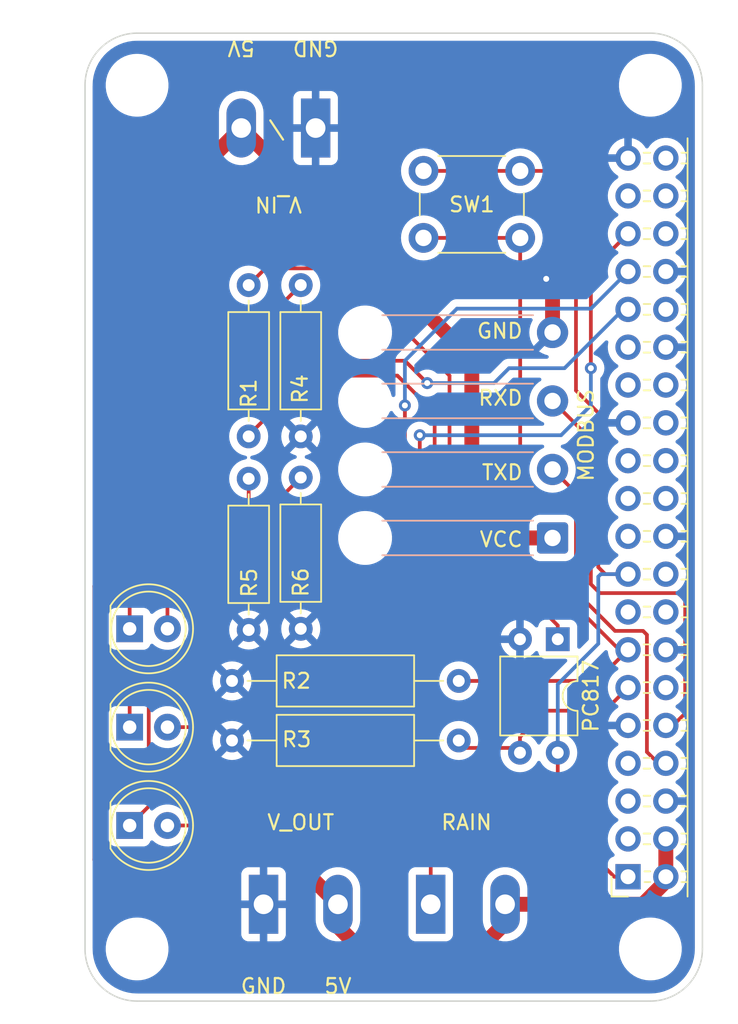
<source format=kicad_pcb>
(kicad_pcb (version 20211014) (generator pcbnew)
  (layers (0 "F.Cu" signal) (31 "B.Cu" signal) (34 "B.Paste" user) (35 "F.Paste" user) (36 "B.SilkS" user "B.Silkscreen") (37 "F.SilkS" user "F.Silkscreen") (38 "B.Mask" user) (39 "F.Mask" user) (44 "Edge.Cuts" user))
  (net 0 "")
  (net 1 "Net-(D1-Pad1)")
  (net 2 "/LED_OK")
  (net 3 "Net-(D2-Pad1)")
  (net 4 "/LED_WRN")
  (net 5 "Net-(D3-Pad1)")
  (net 6 "/LED_ERR")
  (net 7 "GND")
  (net 8 "+5V")
  (net 9 "Net-(J3-Pad1)")
  (net 10 "/MB_TXD")
  (net 11 "/MB_RXD")
  (net 12 "+3.3V")
  (net 16 "/RAIN_IN")
  (net 18 "/SW_IN")
  (net 36 "Net-(R1-Pad2)")
  (footprint "Resistor_THT:R_Axial_DIN0309_L9.0mm_D3.2mm_P15.24mm_Horizontal" (layer "F.Cu") (at 68.38 97.5)
    (fp_text reference "R3" (at 4.345 -0.068) (layer "F.SilkS"))
    (fp_text value "10k")
    (fp_line (start 3 -1.72) (end 3 1.72) (layer "F.SilkS") (width 0.12))
    (fp_line (start 3 1.72) (end 12.24 1.72) (layer "F.SilkS") (width 0.12))
    (fp_line (start 1.04 0) (end 3 0) (layer "F.SilkS") (width 0.12))
    (fp_line (start 12.24 -1.72) (end 3 -1.72) (layer "F.SilkS") (width 0.12))
    (fp_line (start 14.2 0) (end 12.24 0) (layer "F.SilkS") (width 0.12))
    (fp_line (start 12.24 1.72) (end 12.24 -1.72) (layer "F.SilkS") (width 0.12))
    (pad "1" thru_hole circle (at 0 0) (size 1.6 1.6) (drill 0.8) (layers *.Cu *.Mask) (net 7 "GND"))
    (pad "2" thru_hole oval (at 15.24 0) (size 1.6 1.6) (drill 0.8) (layers *.Cu *.Mask) (net 16 "/RAIN_IN"))
  )
  (footprint "LED_THT:LED_D5.0mm" (layer "F.Cu") (at 61.5 103.208)
    (fp_text reference " " (at 6 -2.708) (layer "F.SilkS"))
    (fp_text value "LED_ERR")
    (fp_line (start -1.29 -1.545) (end -1.29 1.545) (layer "F.SilkS") (width 0.12))
    (fp_arc (start 4.26 -0.000462) (mid 2.072002 2.880433) (end -1.29 1.54483) (layer "F.SilkS") (width 0.12))
    (fp_arc (start -1.29 -1.54483) (mid 2.072002 -2.880433) (end 4.26 0.000462) (layer "F.SilkS") (width 0.12))
    (fp_circle (center 1.27 0) (end 3.77 0) (layer "F.SilkS") (width 0.12) (fill none))
    (pad "1" thru_hole rect (at 0 0) (size 1.8 1.8) (drill 0.9) (layers *.Cu *.Mask) (net 5 "Net-(D3-Pad1)"))
    (pad "2" thru_hole circle (at 2.54 0) (size 1.8 1.8) (drill 0.9) (layers *.Cu *.Mask) (net 6 "/LED_ERR"))
  )
  (footprint "Package_DIP:DIP-4_W7.62mm" (layer "F.Cu") (at 90.275 90.7 -90)
    (fp_text reference "PC817" (at 3.81 -2.225 90) (layer "F.SilkS"))
    (fp_text value "PC817")
    (fp_line (start 2.81 -1.33) (end 1.16 -1.33) (layer "F.SilkS") (width 0.12))
    (fp_line (start 6.46 -1.33) (end 4.81 -1.33) (layer "F.SilkS") (width 0.12))
    (fp_line (start 1.16 -1.33) (end 1.16 3.87) (layer "F.SilkS") (width 0.12))
    (fp_line (start 1.16 3.87) (end 6.46 3.87) (layer "F.SilkS") (width 0.12))
    (fp_line (start 6.46 3.87) (end 6.46 -1.33) (layer "F.SilkS") (width 0.12))
    (fp_arc (start 4.81 -1.33) (mid 3.81 -0.33) (end 2.81 -1.33) (layer "F.SilkS") (width 0.12))
    (pad "1" thru_hole rect (at 0 0 270) (size 1.6 1.6) (drill 0.8) (layers *.Cu *.Mask) (net 36 "Net-(R1-Pad2)"))
    (pad "2" thru_hole oval (at 0 2.54 270) (size 1.6 1.6) (drill 0.8) (layers *.Cu *.Mask) (net 7 "GND"))
    (pad "3" thru_hole oval (at 7.62 2.54 270) (size 1.6 1.6) (drill 0.8) (layers *.Cu *.Mask) (net 16 "/RAIN_IN"))
    (pad "4" thru_hole oval (at 7.62 0 270) (size 1.6 1.6) (drill 0.8) (layers *.Cu *.Mask) (net 12 "+3.3V"))
  )
  (footprint "TerminalBlock:TerminalBlock_Altech_AK300-2_P5.00mm" (layer "F.Cu") (at 70.5 108.5)
    (fp_text reference " " (at -3.89 0) (layer "F.SilkS"))
    (fp_text value "5V_OUT")
    (pad "1" thru_hole rect (at 0 0) (size 1.98 3.96) (drill 1.32) (layers *.Cu *.Mask) (net 7 "GND"))
    (pad "2" thru_hole oval (at 5 0) (size 1.98 3.96) (drill 1.32) (layers *.Cu *.Mask) (net 8 "+5V"))
  )
  (footprint "MountingHole:MountingHole_3.2mm_M3" (layer "F.Cu") (at 62 111.5)
    (fp_text reference " " (at 0 -4.2) (layer "F.SilkS"))
    (fp_text value "MountingHole")
    (pad "" np_thru_hole circle locked (at 0 0) (size 3.2 3.2) (drill 3.2) (layers *.Cu *.Mask))
  )
  (footprint "Resistor_THT:R_Axial_DIN0309_L9.0mm_D3.2mm_P15.24mm_Horizontal" (layer "F.Cu") (at 68.38 93.5)
    (fp_text reference "R2" (at 4.318 0) (layer "F.SilkS"))
    (fp_text value "10k")
    (fp_line (start 3 -1.72) (end 3 1.72) (layer "F.SilkS") (width 0.12))
    (fp_line (start 14.2 0) (end 12.24 0) (layer "F.SilkS") (width 0.12))
    (fp_line (start 3 1.72) (end 12.24 1.72) (layer "F.SilkS") (width 0.12))
    (fp_line (start 12.24 -1.72) (end 3 -1.72) (layer "F.SilkS") (width 0.12))
    (fp_line (start 1.04 0) (end 3 0) (layer "F.SilkS") (width 0.12))
    (fp_line (start 12.24 1.72) (end 12.24 -1.72) (layer "F.SilkS") (width 0.12))
    (pad "1" thru_hole circle (at 0 0) (size 1.6 1.6) (drill 0.8) (layers *.Cu *.Mask) (net 7 "GND"))
    (pad "2" thru_hole oval (at 15.24 0) (size 1.6 1.6) (drill 0.8) (layers *.Cu *.Mask) (net 18 "/SW_IN"))
  )
  (footprint "TerminalBlock:TerminalBlock_Altech_AK300-2_P5.00mm" (layer "F.Cu") (at 81.735 108.5)
    (fp_text reference " " (at -1.92 -6.99) (layer "F.SilkS"))
    (fp_text value "RAIN")
    (pad "1" thru_hole rect (at 0 0) (size 1.98 3.96) (drill 1.32) (layers *.Cu *.Mask) (net 9 "Net-(J3-Pad1)"))
    (pad "2" thru_hole oval (at 5 0) (size 1.98 3.96) (drill 1.32) (layers *.Cu *.Mask) (net 8 "+5V"))
  )
  (footprint "LED_THT:LED_D5.0mm" (layer "F.Cu") (at 61.5 96.604)
    (fp_text reference " " (at 6 -0.000462) (layer "F.SilkS"))
    (fp_text value "LED_WRN")
    (fp_line (start -1.29 -1.545) (end -1.29 1.545) (layer "F.SilkS") (width 0.12))
    (fp_arc (start -1.29 -1.54483) (mid 2.072002 -2.880433) (end 4.26 0.000462) (layer "F.SilkS") (width 0.12))
    (fp_arc (start 4.26 -0.000462) (mid 2.072002 2.880433) (end -1.29 1.54483) (layer "F.SilkS") (width 0.12))
    (fp_circle (center 1.27 0) (end 3.77 0) (layer "F.SilkS") (width 0.12) (fill none))
    (pad "1" thru_hole rect (at 0 0) (size 1.8 1.8) (drill 0.9) (layers *.Cu *.Mask) (net 3 "Net-(D2-Pad1)"))
    (pad "2" thru_hole circle (at 2.54 0) (size 1.8 1.8) (drill 0.9) (layers *.Cu *.Mask) (net 4 "/LED_WRN"))
  )
  (footprint "LED_THT:LED_D5.0mm" (layer "F.Cu") (at 61.5 90)
    (fp_text reference " " (at 5.5 0.006411) (layer "F.SilkS"))
    (fp_text value "LED_OK")
    (fp_line (start -1.29 -1.545) (end -1.29 1.545) (layer "F.SilkS") (width 0.12))
    (fp_arc (start 4.26 -0.000462) (mid 2.072002 2.880433) (end -1.29 1.54483) (layer "F.SilkS") (width 0.12))
    (fp_arc (start -1.29 -1.54483) (mid 2.072002 -2.880433) (end 4.26 0.000462) (layer "F.SilkS") (width 0.12))
    (fp_circle (center 1.27 0) (end 3.77 0) (layer "F.SilkS") (width 0.12) (fill none))
    (pad "1" thru_hole rect (at 0 0) (size 1.8 1.8) (drill 0.9) (layers *.Cu *.Mask) (net 1 "Net-(D1-Pad1)"))
    (pad "2" thru_hole circle (at 2.54 0) (size 1.8 1.8) (drill 0.9) (layers *.Cu *.Mask) (net 2 "/LED_OK"))
  )
  (footprint "Button_Switch_THT:SW_PUSH_6mm_H5mm" (layer "F.Cu") (at 81.25 59.25)
    (fp_text reference "SW1" (at 3.251031 2.25821) (layer "F.SilkS"))
    (fp_text value "SW_USR")
    (fp_line (start 1 5.5) (end 5.5 5.5) (layer "F.SilkS") (width 0.12))
    (fp_line (start 6.75 3) (end 6.75 1.5) (layer "F.SilkS") (width 0.12))
    (fp_line (start 5.5 -1) (end 1 -1) (layer "F.SilkS") (width 0.12))
    (fp_line (start -0.25 1.5) (end -0.25 3) (layer "F.SilkS") (width 0.12))
    (pad "1" thru_hole circle (at 0 0 90) (size 2 2) (drill 1.1) (layers *.Cu *.Mask) (net 12 "+3.3V"))
    (pad "1" thru_hole circle (at 6.5 0 90) (size 2 2) (drill 1.1) (layers *.Cu *.Mask) (net 12 "+3.3V"))
    (pad "2" thru_hole circle (at 0 4.5 90) (size 2 2) (drill 1.1) (layers *.Cu *.Mask) (net 18 "/SW_IN"))
    (pad "2" thru_hole circle (at 6.5 4.5 90) (size 2 2) (drill 1.1) (layers *.Cu *.Mask) (net 18 "/SW_IN"))
  )
  (footprint "Resistor_THT:R_Axial_DIN0207_L6.3mm_D2.5mm_P10.16mm_Horizontal" (layer "F.Cu") (at 73 90 90)
    (fp_text reference "R6" (at 3.117114 0.005467 90) (layer "F.SilkS"))
    (fp_text value "330")
    (fp_line (start 1.81 1.37) (end 8.35 1.37) (layer "F.SilkS") (width 0.12))
    (fp_line (start 9.12 0) (end 8.35 0) (layer "F.SilkS") (width 0.12))
    (fp_line (start 8.35 -1.37) (end 1.81 -1.37) (layer "F.SilkS") (width 0.12))
    (fp_line (start 8.35 1.37) (end 8.35 -1.37) (layer "F.SilkS") (width 0.12))
    (fp_line (start 1.04 0) (end 1.81 0) (layer "F.SilkS") (width 0.12))
    (fp_line (start 1.81 -1.37) (end 1.81 1.37) (layer "F.SilkS") (width 0.12))
    (pad "1" thru_hole circle (at 0 0 90) (size 1.6 1.6) (drill 0.8) (layers *.Cu *.Mask) (net 7 "GND"))
    (pad "2" thru_hole oval (at 10.16 0 90) (size 1.6 1.6) (drill 0.8) (layers *.Cu *.Mask) (net 5 "Net-(D3-Pad1)"))
  )
  (footprint "Connector_PinSocket_2.54mm:PinSocket_2x20_P2.54mm_Horizontal" (layer "F.Cu") (at 95 106.65 180)
    (fp_text reference " " (at -5.65 -2.77) (layer "F.SilkS"))
    (fp_text value "R_PI")
    (fp_line (start -4 15.6) (end -3.59 15.6) (layer "F.SilkS") (width 0.12))
    (fp_line (start -1.49 33.38) (end -1.05 33.38) (layer "F.SilkS") (width 0.12))
    (fp_line (start -1.49 4.72) (end -1.05 4.72) (layer "F.SilkS") (width 0.12))
    (fp_line (start -4 22.5) (end -3.59 22.5) (layer "F.SilkS") (width 0.12))
    (fp_line (start -4 47.9) (end -3.59 47.9) (layer "F.SilkS") (width 0.12))
    (fp_line (start -4 30.12) (end -3.59 30.12) (layer "F.SilkS") (width 0.12))
    (fp_line (start -4 42.82) (end -3.59 42.82) (layer "F.SilkS") (width 0.12))
    (fp_line (start -4 0.36) (end -3.59 0.36) (layer "F.SilkS") (width 0.12))
    (fp_line (start -4 7.98) (end -3.59 7.98) (layer "F.SilkS") (width 0.12))
    (fp_line (start -1.49 23.22) (end -1.05 23.22) (layer "F.SilkS") (width 0.12))
    (fp_line (start -4 17.42) (end -3.59 17.42) (layer "F.SilkS") (width 0.12))
    (fp_line (start -1.49 0.36) (end -1.11 0.36) (layer "F.SilkS") (width 0.12))
    (fp_line (start -4 25.04) (end -3.59 25.04) (layer "F.SilkS") (width 0.12))
    (fp_line (start -1.49 17.42) (end -1.05 17.42) (layer "F.SilkS") (width 0.12))
    (fp_line (start -1.49 25.04) (end -1.05 25.04) (layer "F.SilkS") (width 0.12))
    (fp_line (start -1.49 -0.36) (end -1.11 -0.36) (layer "F.SilkS") (width 0.12))
    (fp_line (start -1.49 30.12) (end -1.05 30.12) (layer "F.SilkS") (width 0.12))
    (fp_line (start -1.49 43.54) (end -1.05 43.54) (layer "F.SilkS") (width 0.12))
    (fp_line (start -1.49 41) (end -1.05 41) (layer "F.SilkS") (width 0.12))
    (fp_line (start -4 48.62) (end -3.59 48.62) (layer "F.SilkS") (width 0.12))
    (fp_line (start -4 35.2) (end -3.59 35.2) (layer "F.SilkS") (width 0.12))
    (fp_line (start -4 9.8) (end -3.59 9.8) (layer "F.SilkS") (width 0.12))
    (fp_line (start -1.49 27.58) (end -1.05 27.58) (layer "F.SilkS") (width 0.12))
    (fp_line (start -4 28.3) (end -3.59 28.3) (layer "F.SilkS") (width 0.12))
    (fp_line (start -1.49 20.68) (end -1.05 20.68) (layer "F.SilkS") (width 0.12))
    (fp_line (start -1.49 42.82) (end -1.05 42.82) (layer "F.SilkS") (width 0.12))
    (fp_line (start -1.49 18.14) (end -1.05 18.14) (layer "F.SilkS") (width 0.12))
    (fp_line (start -4 40.28) (end -3.59 40.28) (layer "F.SilkS") (width 0.12))
    (fp_line (start -4 19.96) (end -3.59 19.96) (layer "F.SilkS") (width 0.12))
    (fp_line (start -4 2.9) (end -3.59 2.9) (layer "F.SilkS") (width 0.12))
    (fp_line (start -1.49 2.9) (end -1.05 2.9) (layer "F.SilkS") (width 0.12))
    (fp_line (start -4 43.54) (end -3.59 43.54) (layer "F.SilkS") (width 0.12))
    (fp_line (start -4 23.22) (end -3.59 23.22) (layer "F.SilkS") (width 0.12))
    (fp_line (start -4 27.58) (end -3.59 27.58) (layer "F.SilkS") (width 0.12))
    (fp_line (start -4 2.18) (end -3.59 2.18) (layer "F.SilkS") (width 0.12))
    (fp_line (start -4 12.34) (end -3.59 12.34) (layer "F.SilkS") (width 0.12))
    (fp_line (start -4 5.44) (end -3.59 5.44) (layer "F.SilkS") (width 0.12))
    (fp_line (start -1.49 2.18) (end -1.05 2.18) (layer "F.SilkS") (width 0.12))
    (fp_line (start -1.49 13.06) (end -1.05 13.06) (layer "F.SilkS") (width 0.12))
    (fp_line (start -1.49 30.84) (end -1.05 30.84) (layer "F.SilkS") (width 0.12))
    (fp_line (start -4 10.52) (end -3.59 10.52) (layer "F.SilkS") (width 0.12))
    (fp_line (start -1.49 15.6) (end -1.05 15.6) (layer "F.SilkS") (width 0.12))
    (fp_line (start -4 41) (end -3.59 41) (layer "F.SilkS") (width 0.12))
    (fp_line (start -1.49 37.74) (end -1.05 37.74) (layer "F.SilkS") (width 0.12))
    (fp_line (start -4 20.68) (end -3.59 20.68) (layer "F.SilkS") (width 0.12))
    (fp_line (start -1.49 19.96) (end -1.05 19.96) (layer "F.SilkS") (width 0.12))
    (fp_line (start -1.49 7.98) (end -1.05 7.98) (layer "F.SilkS") (width 0.12))
    (fp_line (start -1.49 46.08) (end -1.05 46.08) (layer "F.SilkS") (width 0.12))
    (fp_line (start -4 18.14) (end -3.59 18.14) (layer "F.SilkS") (width 0.12))
    (fp_line (start -4 33.38) (end -3.59 33.38) (layer "F.SilkS") (width 0.12))
    (fp_line (start -4 -1.33) (end -4 49.59) (layer "F.SilkS") (width 0.12))
    (fp_line (start -1.49 10.52) (end -1.05 10.52) (layer "F.SilkS") (width 0.12))
    (fp_line (start -1.49 7.26) (end -1.05 7.26) (layer "F.SilkS") (width 0.12))
    (fp_line (start -4 30.84) (end -3.59 30.84) (layer "F.SilkS") (width 0.12))
    (fp_line (start -1.49 40.28) (end -1.05 40.28) (layer "F.SilkS") (width 0.12))
    (fp_line (start -4 46.08) (end -3.59 46.08) (layer "F.SilkS") (width 0.12))
    (fp_line (start -1.49 9.8) (end -1.05 9.8) (layer "F.SilkS") (width 0.12))
    (fp_line (start 0 -1.33) (end 1.11 -1.33) (layer "F.SilkS") (width 0.12))
    (fp_line (start -1.49 47.9) (end -1.05 47.9) (layer "F.SilkS") (width 0.12))
    (fp_line (start -1.49 22.5) (end -1.05 22.5) (layer "F.SilkS") (width 0.12))
    (fp_line (start -4 7.26) (end -3.59 7.26) (layer "F.SilkS") (width 0.12))
    (fp_line (start -1.49 45.36) (end -1.05 45.36) (layer "F.SilkS") (width 0.12))
    (fp_line (start -4 14.88) (end -3.59 14.88) (layer "F.SilkS") (width 0.12))
    (fp_line (start -4 32.66) (end -3.59 32.66) (layer "F.SilkS") (width 0.12))
    (fp_line (start -4 38.46) (end -3.59 38.46) (layer "F.SilkS") (width 0.12))
    (fp_line (start -4 -0.36) (end -3.59 -0.36) (layer "F.SilkS") (width 0.12))
    (fp_line (start -1.49 35.2) (end -1.05 35.2) (layer "F.SilkS") (width 0.12))
    (fp_line (start -1.49 5.44) (end -1.05 5.44) (layer "F.SilkS") (width 0.12))
    (fp_line (start -4 4.72) (end -3.59 4.72) (layer "F.SilkS") (width 0.12))
    (fp_line (start -1.49 12.34) (end -1.05 12.34) (layer "F.SilkS") (width 0.12))
    (fp_line (start -1.49 14.88) (end -1.05 14.88) (layer "F.SilkS") (width 0.12))
    (fp_line (start -1.49 25.76) (end -1.05 25.76) (layer "F.SilkS") (width 0.12))
    (fp_line (start -1.49 38.46) (end -1.05 38.46) (layer "F.SilkS") (width 0.12))
    (fp_line (start -4 35.92) (end -3.59 35.92) (layer "F.SilkS") (width 0.12))
    (fp_line (start -4 37.74) (end -3.59 37.74) (layer "F.SilkS") (width 0.12))
    (fp_line (start -1.49 35.92) (end -1.05 35.92) (layer "F.SilkS") (width 0.12))
    (fp_line (start -1.49 48.62) (end -1.05 48.62) (layer "F.SilkS") (width 0.12))
    (fp_line (start -4 13.06) (end -3.59 13.06) (layer "F.SilkS") (width 0.12))
    (fp_line (start -1.49 32.66) (end -1.05 32.66) (layer "F.SilkS") (width 0.12))
    (fp_line (start -1.49 28.3) (end -1.05 28.3) (layer "F.SilkS") (width 0.12))
    (fp_line (start 1.11 -1.33) (end 1.11 0) (layer "F.SilkS") (width 0.12))
    (fp_line (start -4 25.76) (end -3.59 25.76) (layer "F.SilkS") (width 0.12))
    (fp_line (start -4 45.36) (end -3.59 45.36) (layer "F.SilkS") (width 0.12))
    (pad "1" thru_hole rect locked (at 0 0 180) (size 1.7 1.7) (drill 1) (layers *.Cu *.Mask) (net 12 "+3.3V"))
    (pad "2" thru_hole oval locked (at -2.54 0 180) (size 1.7 1.7) (drill 1) (layers *.Cu *.Mask) (net 8 "+5V"))
    (pad "3" thru_hole oval locked (at 0 2.54 180) (size 1.7 1.7) (drill 1) (layers *.Cu *.Mask))
    (pad "4" thru_hole oval locked (at -2.54 2.54 180) (size 1.7 1.7) (drill 1) (layers *.Cu *.Mask) (net 8 "+5V"))
    (pad "5" thru_hole oval locked (at 0 5.08 180) (size 1.7 1.7) (drill 1) (layers *.Cu *.Mask))
    (pad "6" thru_hole oval locked (at -2.54 5.08 180) (size 1.7 1.7) (drill 1) (layers *.Cu *.Mask) (net 7 "GND"))
    (pad "7" thru_hole oval locked (at 0 7.62 180) (size 1.7 1.7) (drill 1) (layers *.Cu *.Mask))
    (pad "8" thru_hole oval locked (at -2.54 7.62 180) (size 1.7 1.7) (drill 1) (layers *.Cu *.Mask) (net 10 "/MB_TXD"))
    (pad "9" thru_hole oval locked (at 0 10.16 180) (size 1.7 1.7) (drill 1) (layers *.Cu *.Mask) (net 7 "GND"))
    (pad "10" thru_hole oval locked (at -2.54 10.16 180) (size 1.7 1.7) (drill 1) (layers *.Cu *.Mask) (net 11 "/MB_RXD"))
    (pad "11" thru_hole oval locked (at 0 12.7 180) (size 1.7 1.7) (drill 1) (layers *.Cu *.Mask) (net 16 "/RAIN_IN"))
    (pad "12" thru_hole oval locked (at -2.54 12.7 180) (size 1.7 1.7) (drill 1) (layers *.Cu *.Mask))
    (pad "13" thru_hole oval locked (at 0 15.24 180) (size 1.7 1.7) (drill 1) (layers *.Cu *.Mask) (net 18 "/SW_IN"))
    (pad "14" thru_hole oval locked (at -2.54 15.24 180) (size 1.7 1.7) (drill 1) (layers *.Cu *.Mask) (net 7 "GND"))
    (pad "15" thru_hole oval locked (at 0 17.78 180) (size 1.7 1.7) (drill 1) (layers *.Cu *.Mask))
    (pad "16" thru_hole oval locked (at -2.54 17.78 180) (size 1.7 1.7) (drill 1) (layers *.Cu *.Mask))
    (pad "17" thru_hole oval locked (at 0 20.32 180) (size 1.7 1.7) (drill 1) (layers *.Cu *.Mask) (net 12 "+3.3V"))
    (pad "18" thru_hole oval locked (at -2.54 20.32 180) (size 1.7 1.7) (drill 1) (layers *.Cu *.Mask))
    (pad "19" thru_hole oval locked (at 0 22.86 180) (size 1.7 1.7) (drill 1) (layers *.Cu *.Mask))
    (pad "20" thru_hole oval locked (at -2.54 22.86 180) (size 1.7 1.7) (drill 1) (layers *.Cu *.Mask) (net 7 "GND"))
    (pad "21" thru_hole oval locked (at 0 25.4 180) (size 1.7 1.7) (drill 1) (layers *.Cu *.Mask))
    (pad "22" thru_hole oval locked (at -2.54 25.4 180) (size 1.7 1.7) (drill 1) (layers *.Cu *.Mask))
    (pad "23" thru_hole oval locked (at 0 27.94 180) (size 1.7 1.7) (drill 1) (layers *.Cu *.Mask))
    (pad "24" thru_hole oval locked (at -2.54 27.94 180) (size 1.7 1.7) (drill 1) (layers *.Cu *.Mask))
    (pad "25" thru_hole oval locked (at 0 30.48 180) (size 1.7 1.7) (drill 1) (layers *.Cu *.Mask) (net 7 "GND"))
    (pad "26" thru_hole oval locked (at -2.54 30.48 180) (size 1.7 1.7) (drill 1) (layers *.Cu *.Mask))
    (pad "27" thru_hole oval locked (at 0 33.02 180) (size 1.7 1.7) (drill 1) (layers *.Cu *.Mask))
    (pad "28" thru_hole oval locked (at -2.54 33.02 180) (size 1.7 1.7) (drill 1) (layers *.Cu *.Mask))
    (pad "29" thru_hole oval locked (at 0 35.56 180) (size 1.7 1.7) (drill 1) (layers *.Cu *.Mask))
    (pad "30" thru_hole oval locked (at -2.54 35.56 180) (size 1.7 1.7) (drill 1) (layers *.Cu *.Mask) (net 7 "GND"))
    (pad "31" thru_hole oval locked (at 0 38.1 180) (size 1.7 1.7) (drill 1) (layers *.Cu *.Mask) (net 2 "/LED_OK"))
    (pad "32" thru_hole oval locked (at -2.54 38.1 180) (size 1.7 1.7) (drill 1) (layers *.Cu *.Mask))
    (pad "33" thru_hole oval locked (at 0 40.64 180) (size 1.7 1.7) (drill 1) (layers *.Cu *.Mask) (net 4 "/LED_WRN"))
    (pad "34" thru_hole oval locked (at -2.54 40.64 180) (size 1.7 1.7) (drill 1) (layers *.Cu *.Mask) (net 7 "GND"))
    (pad "35" thru_hole oval locked (at 0 43.18 180) (size 1.7 1.7) (drill 1) (layers *.Cu *.Mask) (net 6 "/LED_ERR"))
    (pad "36" thru_hole oval locked (at -2.54 43.18 180) (size 1.7 1.7) (drill 1) (layers *.Cu *.Mask))
    (pad "37" thru_hole oval locked (at 0 45.72 180) (size 1.7 1.7) (drill 1) (layers *.Cu *.Mask))
    (pad "38" thru_hole oval locked (at -2.54 45.72 180) (size 1.7 1.7) (drill 1) (layers *.Cu *.Mask))
    (pad "39" thru_hole oval locked (at 0 48.26 180) (size 1.7 1.7) (drill 1) (layers *.Cu *.Mask) (net 7 "GND"))
    (pad "40" thru_hole oval locked (at -2.54 48.26 180) (size 1.7 1.7) (drill 1) (layers *.Cu *.Mask))
  )
  (footprint "Resistor_THT:R_Axial_DIN0207_L6.3mm_D2.5mm_P10.16mm_Horizontal" (layer "F.Cu") (at 69.5 90.08 90)
    (fp_text reference "R5" (at 3.171594 0.040519 90) (layer "F.SilkS"))
    (fp_text value "330")
    (fp_line (start 1.81 -1.37) (end 1.81 1.37) (layer "F.SilkS") (width 0.12))
    (fp_line (start 8.35 1.37) (end 8.35 -1.37) (layer "F.SilkS") (width 0.12))
    (fp_line (start 9.12 0) (end 8.35 0) (layer "F.SilkS") (width 0.12))
    (fp_line (start 1.04 0) (end 1.81 0) (layer "F.SilkS") (width 0.12))
    (fp_line (start 8.35 -1.37) (end 1.81 -1.37) (layer "F.SilkS") (width 0.12))
    (fp_line (start 1.81 1.37) (end 8.35 1.37) (layer "F.SilkS") (width 0.12))
    (pad "1" thru_hole circle (at 0 0 90) (size 1.6 1.6) (drill 0.8) (layers *.Cu *.Mask) (net 7 "GND"))
    (pad "2" thru_hole oval (at 10.16 0 90) (size 1.6 1.6) (drill 0.8) (layers *.Cu *.Mask) (net 3 "Net-(D2-Pad1)"))
  )
  (footprint "MountingHole:MountingHole_3.2mm_M3" (layer "F.Cu") (at 62 53.5)
    (fp_text reference " " (at 0 -4.2) (layer "F.SilkS"))
    (fp_text value "MountingHole")
    (pad "" np_thru_hole circle locked (at 0 0) (size 3.2 3.2) (drill 3.2) (layers *.Cu *.Mask))
  )
  (footprint "MountingHole:MountingHole_3.2mm_M3" (layer "F.Cu") (at 96.5 53.5)
    (fp_text reference " " (at 0 -4.2) (layer "F.SilkS"))
    (fp_text value "MountingHole")
    (pad "" np_thru_hole circle locked (at 0 0) (size 3.2 3.2) (drill 3.2) (layers *.Cu *.Mask))
  )
  (footprint "Resistor_THT:R_Axial_DIN0207_L6.3mm_D2.5mm_P10.16mm_Horizontal" (layer "F.Cu") (at 69.5 77.08 90)
    (fp_text reference "R1" (at 2.885594 0.00889 90) (layer "F.SilkS"))
    (fp_text value "330")
    (fp_line (start 8.35 1.37) (end 8.35 -1.37) (layer "F.SilkS") (width 0.12))
    (fp_line (start 1.81 -1.37) (end 1.81 1.37) (layer "F.SilkS") (width 0.12))
    (fp_line (start 1.81 1.37) (end 8.35 1.37) (layer "F.SilkS") (width 0.12))
    (fp_line (start 1.04 0) (end 1.81 0) (layer "F.SilkS") (width 0.12))
    (fp_line (start 9.12 0) (end 8.35 0) (layer "F.SilkS") (width 0.12))
    (fp_line (start 8.35 -1.37) (end 1.81 -1.37) (layer "F.SilkS") (width 0.12))
    (pad "1" thru_hole circle (at 0 0 90) (size 1.6 1.6) (drill 0.8) (layers *.Cu *.Mask) (net 9 "Net-(J3-Pad1)"))
    (pad "2" thru_hole oval (at 10.16 0 90) (size 1.6 1.6) (drill 0.8) (layers *.Cu *.Mask) (net 36 "Net-(R1-Pad2)"))
  )
  (footprint "MountingHole:MountingHole_3.2mm_M3" (layer "F.Cu") (at 96.5 111.5)
    (fp_text reference " " (at 0 -4.2) (layer "F.SilkS"))
    (fp_text value "MountingHole")
    (pad "" np_thru_hole circle (at 0 0) (size 3.2 3.2) (drill 3.2) (layers *.Cu *.Mask))
  )
  (footprint "TerminalBlock:TerminalBlock_Altech_AK300-2_P5.00mm" (layer "F.Cu") (at 74 56.372 180)
    (fp_text reference " \\" (at 3 -0.128) (layer "F.SilkS"))
    (fp_text value "5V_IN")
    (pad "1" thru_hole rect (at 0 0 180) (size 1.98 3.96) (drill 1.32) (layers *.Cu *.Mask) (net 7 "GND"))
    (pad "2" thru_hole oval (at 5 0 180) (size 1.98 3.96) (drill 1.32) (layers *.Cu *.Mask) (net 8 "+5V"))
  )
  (footprint "Resistor_THT:R_Axial_DIN0207_L6.3mm_D2.5mm_P10.16mm_Horizontal" (layer "F.Cu") (at 73 77.08 90)
    (fp_text reference "R4" (at 3.188908 -0.048915 90) (layer "F.SilkS"))
    (fp_text value "330")
    (fp_line (start 8.35 1.37) (end 8.35 -1.37) (layer "F.SilkS") (width 0.12))
    (fp_line (start 9.12 0) (end 8.35 0) (layer "F.SilkS") (width 0.12))
    (fp_line (start 1.04 0) (end 1.81 0) (layer "F.SilkS") (width 0.12))
    (fp_line (start 1.81 -1.37) (end 1.81 1.37) (layer "F.SilkS") (width 0.12))
    (fp_line (start 1.81 1.37) (end 8.35 1.37) (layer "F.SilkS") (width 0.12))
    (fp_line (start 8.35 -1.37) (end 1.81 -1.37) (layer "F.SilkS") (width 0.12))
    (pad "1" thru_hole circle (at 0 0 90) (size 1.6 1.6) (drill 0.8) (layers *.Cu *.Mask) (net 7 "GND"))
    (pad "2" thru_hole oval (at 10.16 0 90) (size 1.6 1.6) (drill 0.8) (layers *.Cu *.Mask) (net 1 "Net-(D1-Pad1)"))
  )
  (footprint "Connector_Wire:SolderWire-0.5sqmm_1x04_P4.6mm_D0.9mm_OD2.1mm_Relief" (layer "B.Cu") (at 89.925 83.9 90)
    (fp_text reference "MODBUS" (at 6.9 2.25 270) (layer "F.SilkS"))
    (fp_text value "MODBUS")
    (fp_line (start 14.96 -1.31) (end 14.96 -11.44) (layer "B.SilkS") (width 0.12))
    (fp_line (start 3.44 -1.31) (end 3.44 -11.44) (layer "B.SilkS") (width 0.12))
    (fp_line (start -1.16 -1.31) (end -1.16 -11.44) (layer "B.SilkS") (width 0.12))
    (fp_line (start 12.64 -1.31) (end 12.64 -11.44) (layer "B.SilkS") (width 0.12))
    (fp_line (start 1.16 -1.31) (end 1.16 -11.44) (layer "B.SilkS") (width 0.12))
    (fp_line (start 10.36 -1.31) (end 10.36 -11.44) (layer "B.SilkS") (width 0.12))
    (fp_line (start 5.76 -1.31) (end 5.76 -11.44) (layer "B.SilkS") (width 0.12))
    (fp_line (start 8.04 -1.31) (end 8.04 -11.44) (layer "B.SilkS") (width 0.12))
    (pad "" np_thru_hole circle (at 0 -12.6 90) (size 2.6 2.6) (drill 2.6) (layers *.Cu *.Mask))
    (pad "" np_thru_hole circle (at 9.2 -12.6 90) (size 2.6 2.6) (drill 2.6) (layers *.Cu *.Mask))
    (pad "" np_thru_hole circle (at 4.6 -12.6 90) (size 2.6 2.6) (drill 2.6) (layers *.Cu *.Mask))
    (pad "" np_thru_hole circle (at 13.8 -12.6 90) (size 2.6 2.6) (drill 2.6) (layers *.Cu *.Mask))
    (pad "1" thru_hole roundrect (at 0 0 90) (size 2.1 2.1) (drill 1.1) (layers *.Cu *.Mask) (roundrect_rratio 0.1190480952) (net 8 "+5V"))
    (pad "2" thru_hole circle (at 4.6 0 90) (size 2.1 2.1) (drill 1.1) (layers *.Cu *.Mask) (net 10 "/MB_TXD"))
    (pad "3" thru_hole circle (at 9.2 0 90) (size 2.1 2.1) (drill 1.1) (layers *.Cu *.Mask) (net 11 "/MB_RXD"))
    (pad "4" thru_hole circle (at 13.8 0 90) (size 2.1 2.1) (drill 1.1) (layers *.Cu *.Mask) (net 7 "GND"))
  )
  (gr_arc (start 100 111.5) (mid 98.974874 113.974874) (end 96.5 115) (layer "Edge.Cuts") (width 0.1))
  (gr_line (start 100 53.5) (end 100 111.5) (layer "Edge.Cuts") (width 0.1))
  (gr_arc (start 62 115) (mid 59.525126 113.974874) (end 58.5 111.5) (layer "Edge.Cuts") (width 0.1))
  (gr_arc (start 58.5 53.5) (mid 59.525126 51.025126) (end 62 50) (layer "Edge.Cuts") (width 0.1))
  (gr_line (start 58.5 111.5) (end 58.5 53.5) (layer "Edge.Cuts") (width 0.1))
  (gr_line (start 62 115) (end 96.5 115) (layer "Edge.Cuts") (width 0.1))
  (gr_line (start 62 50) (end 96.5 50) (layer "Edge.Cuts") (width 0.1))
  (gr_arc (start 96.5 50) (mid 98.974874 51.025126) (end 100 53.5) (layer "Edge.Cuts") (width 0.1))
  (gr_text "GND" (at 70.5 114) (layer "F.SilkS") (effects (font (size 1 1))))
  (gr_text "RXD" (at 88 74.5) (layer "F.SilkS") (effects (font (size 1 1)) (justify right)))
  (gr_text "V_IN" (at 71.5 61.5 180) (layer "F.SilkS") (effects (font (size 1 1))))
  (gr_text "GND" (at 74 51 180) (layer "F.SilkS") (effects (font (size 1 1))))
  (gr_text "RAIN" (at 84.144 103) (layer "F.SilkS") (effects (font (size 1 1))))
  (gr_text "V_OUT" (at 73 103) (layer "F.SilkS") (effects (font (size 1 1))))
  (gr_text "5V" (at 69 51 180) (layer "F.SilkS") (effects (font (size 1 1))))
  (gr_text "GND" (at 88 70) (layer "F.SilkS") (effects (font (size 1 1)) (justify right)))
  (gr_text "TXD" (at 88 79.5) (layer "F.SilkS") (effects (font (size 1 1)) (justify right)))
  (gr_text "5V" (at 75.5 114) (layer "F.SilkS") (effects (font (size 1 1))))
  (gr_text "VCC\n" (at 88 84) (layer "F.SilkS") (effects (font (size 1 1)) (justify right)))
  (segment (start 61.5 78.42) (end 73 66.92) (width 0.25) (layer "F.Cu") (net 1))
  (segment (start 61.5 90) (end 61.5 78.42) (width 0.25) (layer "F.Cu") (net 1))
  (segment (start 80 72) (end 71 72) (width 0.25) (layer "F.Cu") (net 2))
  (segment (start 64.04 78.96) (end 64.04 90) (width 0.25) (layer "F.Cu") (net 2))
  (segment (start 81.5 73.5) (end 80 72) (width 0.25) (layer "F.Cu") (net 2))
  (segment (start 71 72) (end 64.04 78.96) (width 0.25) (layer "F.Cu") (net 2))
  (via (at 81.5 73.5) (size 0.8) (drill 0.4) (layers "F.Cu" "B.Cu") (net 2))
  (segment (start 86 73.5) (end 81.5 73.5) (width 0.25) (layer "B.Cu") (net 2))
  (segment (start 94.681644 68.55) (end 90.731644 72.5) (width 0.25) (layer "B.Cu") (net 2))
  (segment (start 90.731644 72.5) (end 87 72.5) (width 0.25) (layer "B.Cu") (net 2))
  (segment (start 95 68.55) (end 94.681644 68.55) (width 0.25) (layer "B.Cu") (net 2))
  (segment (start 87 72.5) (end 86 73.5) (width 0.25) (layer "B.Cu") (net 2))
  (segment (start 66 85) (end 66 91) (width 0.25) (layer "F.Cu") (net 3))
  (segment (start 64 93) (end 62.965901 93) (width 0.25) (layer "F.Cu") (net 3))
  (segment (start 62.965901 93) (end 61.5 94.465901) (width 0.25) (layer "F.Cu") (net 3))
  (segment (start 69.5 81.5) (end 66 85) (width 0.25) (layer "F.Cu") (net 3))
  (segment (start 66 91) (end 64 93) (width 0.25) (layer "F.Cu") (net 3))
  (segment (start 69.5 79.92) (end 69.5 81.5) (width 0.25) (layer "F.Cu") (net 3))
  (segment (start 61.5 96.604) (end 61.5 94.465901) (width 0.25) (layer "F.Cu") (net 3))
  (segment (start 66.896 96.604) (end 64.04 96.604) (width 0.25) (layer "F.Cu") (net 4))
  (segment (start 80 86.5) (end 71 95.5) (width 0.25) (layer "F.Cu") (net 4))
  (segment (start 71 95.5) (end 68 95.5) (width 0.25) (layer "F.Cu") (net 4))
  (segment (start 80 75) (end 80 86.5) (width 0.25) (layer "F.Cu") (net 4))
  (segment (start 68 95.5) (end 66.896 96.604) (width 0.25) (layer "F.Cu") (net 4))
  (via (at 80 75) (size 0.8) (drill 0.4) (layers "F.Cu" "B.Cu") (net 4))
  (segment (start 80 75) (end 80 72) (width 0.25) (layer "B.Cu") (net 4))
  (segment (start 92.51 68.5) (end 95 66.01) (width 0.25) (layer "B.Cu") (net 4))
  (segment (start 83.5 68.5) (end 92.51 68.5) (width 0.25) (layer "B.Cu") (net 4))
  (segment (start 80 72) (end 83.5 68.5) (width 0.25) (layer "B.Cu") (net 4))
  (segment (start 62.782419 95.217581) (end 62.782419 101.925581) (width 0.25) (layer "F.Cu") (net 5))
  (segment (start 61.5 103.208) (end 62.782419 101.925581) (width 0.25) (layer "F.Cu") (net 5))
  (segment (start 64.5 94.5) (end 63.5 94.5) (width 0.25) (layer "F.Cu") (net 5))
  (segment (start 63.5 94.5) (end 62.782419 95.217581) (width 0.25) (layer "F.Cu") (net 5))
  (segment (start 73 79.84) (end 67.5 85.34) (width 0.25) (layer "F.Cu") (net 5))
  (segment (start 67.5 91.5) (end 64.5 94.5) (width 0.25) (layer "F.Cu") (net 5))
  (segment (start 67.5 85.34) (end 67.5 91.5) (width 0.25) (layer "F.Cu") (net 5))
  (segment (start 81 77) (end 81 88) (width 0.25) (layer "F.Cu") (net 6))
  (segment (start 92.5 72.5) (end 92.5 65.97) (width 0.25) (layer "F.Cu") (net 6))
  (segment (start 92.5 65.97) (end 95 63.47) (width 0.25) (layer "F.Cu") (net 6))
  (segment (start 65.792 103.208) (end 64.04 103.208) (width 0.25) (layer "F.Cu") (net 6))
  (segment (start 81 88) (end 65.792 103.208) (width 0.25) (layer "F.Cu") (net 6))
  (via (at 92.5 72.5) (size 0.8) (drill 0.4) (layers "F.Cu" "B.Cu") (net 6))
  (via (at 81 77) (size 0.8) (drill 0.4) (layers "F.Cu" "B.Cu") (net 6))
  (segment (start 92.5 72.5) (end 92.5 75) (width 0.25) (layer "B.Cu") (net 6))
  (segment (start 92.5 75) (end 90.5 77) (width 0.25) (layer "B.Cu") (net 6))
  (segment (start 90.5 77) (end 81 77) (width 0.25) (layer "B.Cu") (net 6))
  (segment (start 89.925 66.925) (end 89.925 70.1) (width 1) (layer "F.Cu") (net 7))
  (segment (start 89.5 66.5) (end 89.925 66.925) (width 1) (layer "F.Cu") (net 7))
  (via (at 89.5 66.5) (size 1.2) (drill 0.4) (layers "F.Cu" "B.Cu") (net 7))
  (segment (start 86.735 109.765) (end 86.735 108.5) (width 1) (layer "F.Cu") (net 8))
  (segment (start 97.54 106.96) (end 96 108.5) (width 1) (layer "F.Cu") (net 8))
  (segment (start 69 56.372) (end 66 59.372) (width 1) (layer "F.Cu") (net 8))
  (segment (start 61 107) (end 67 107) (width 1) (layer "F.Cu") (net 8))
  (segment (start 75.5 110) (end 78 112.5) (width 1) (layer "F.Cu") (net 8))
  (segment (start 59.5 105.5) (end 61 107) (width 1) (layer "F.Cu") (net 8))
  (segment (start 84.5 71.872) (end 84.5 80.25) (width 1) (layer "F.Cu") (net 8))
  (segment (start 96 108.5) (end 86.735 108.5) (width 1) (layer "F.Cu") (net 8))
  (segment (start 66 59.372) (end 66 69.5) (width 1) (layer "F.Cu") (net 8))
  (segment (start 78 112.5) (end 84 112.5) (width 1) (layer "F.Cu") (net 8))
  (segment (start 72 105) (end 75.5 108.5) (width 1) (layer "F.Cu") (net 8))
  (segment (start 75.5 108.5) (end 75.5 110) (width 1) (layer "F.Cu") (net 8))
  (segment (start 69 56.372) (end 84.5 71.872) (width 1) (layer "F.Cu") (net 8))
  (segment (start 67 107) (end 69 105) (width 1) (layer "F.Cu") (net 8))
  (segment (start 97.54 106.65) (end 97.54 106.96) (width 1) (layer "F.Cu") (net 8))
  (segment (start 60 75.5) (end 60 86.65) (width 1) (layer "F.Cu") (net 8))
  (segment (start 60 86.65) (end 59.5 87.15) (width 1) (layer "F.Cu") (net 8))
  (segment (start 84.5 80.25) (end 88.15 83.9) (width 1) (layer "F.Cu") (net 8))
  (segment (start 88.15 83.9) (end 89.925 83.9) (width 1) (layer "F.Cu") (net 8))
  (segment (start 66 69.5) (end 60 75.5) (width 1) (layer "F.Cu") (net 8))
  (segment (start 97.54 106.65) (end 97.54 104.11) (width 1) (layer "F.Cu") (net 8))
  (segment (start 59.5 87.15) (end 59.5 105.5) (width 1) (layer "F.Cu") (net 8))
  (segment (start 84 112.5) (end 86.735 109.765) (width 1) (layer "F.Cu") (net 8))
  (segment (start 69 105) (end 72 105) (width 1) (layer "F.Cu") (net 8))
  (segment (start 81.736266 91.5) (end 81.736266 108.498734) (width 0.25) (layer "F.Cu") (net 9))
  (segment (start 73.5 73) (end 79.5 73) (width 0.25) (layer "F.Cu") (net 9))
  (segment (start 69.5 77.08) (end 69.5 77) (width 0.25) (layer "F.Cu") (net 9))
  (segment (start 81.736266 108.498734) (end 81.735 108.5) (width 0.25) (layer "F.Cu") (net 9))
  (segment (start 69.5 77) (end 73.5 73) (width 0.25) (layer "F.Cu") (net 9))
  (segment (start 82 75.5) (end 82 91.236266) (width 0.25) (layer "F.Cu") (net 9))
  (segment (start 82 91.236266) (end 81.736266 91.5) (width 0.25) (layer "F.Cu") (net 9))
  (segment (start 79.5 73) (end 82 75.5) (width 0.25) (layer "F.Cu") (net 9))
  (segment (start 97.54 99.03) (end 97.03 99.03) (width 0.25) (layer "F.Cu") (net 10))
  (segment (start 96.00733 90.140801) (end 94.12495 90.140801) (width 0.25) (layer "F.Cu") (net 10))
  (segment (start 92 81.375) (end 89.925 79.3) (width 0.25) (layer "F.Cu") (net 10))
  (segment (start 92 88.015851) (end 92 81.375) (width 0.25) (layer "F.Cu") (net 10))
  (segment (start 94.12495 90.140801) (end 92 88.015851) (width 0.25) (layer "F.Cu") (net 10))
  (segment (start 96.268558 90.402029) (end 96.00733 90.140801) (width 0.25) (layer "F.Cu") (net 10))
  (segment (start 96.268558 98.268558) (end 96.268558 90.402029) (width 0.25) (layer "F.Cu") (net 10))
  (segment (start 97.03 99.03) (end 96.268558 98.268558) (width 0.25) (layer "F.Cu") (net 10))
  (segment (start 98.369846 87.602413) (end 98.841556 88.074123) (width 0.25) (layer "F.Cu") (net 11))
  (segment (start 98.841556 95.673444) (end 98.025 96.49) (width 0.25) (layer "F.Cu") (net 11))
  (segment (start 92.5 77.275) (end 92.5 87) (width 0.25) (layer "F.Cu") (net 11))
  (segment (start 98.025 96.49) (end 97.54 96.49) (width 0.25) (layer "F.Cu") (net 11))
  (segment (start 89.925 74.7) (end 92.5 77.275) (width 0.25) (layer "F.Cu") (net 11))
  (segment (start 93.102413 87.602413) (end 98.369846 87.602413) (width 0.25) (layer "F.Cu") (net 11))
  (segment (start 98.841556 88.074123) (end 98.841556 95.673444) (width 0.25) (layer "F.Cu") (net 11))
  (segment (start 92.5 87) (end 93.102413 87.602413) (width 0.25) (layer "F.Cu") (net 11))
  (segment (start 93 75.5) (end 91.5 74) (width 0.25) (layer "F.Cu") (net 12))
  (segment (start 89.75 59.25) (end 87.75 59.25) (width 0.25) (layer "F.Cu") (net 12))
  (segment (start 91.5 74) (end 91.5 61) (width 0.25) (layer "F.Cu") (net 12))
  (segment (start 93.466396 86.33) (end 93 85.863604) (width 0.25) (layer "F.Cu") (net 12))
  (segment (start 95 86.33) (end 93.466396 86.33) (width 0.25) (layer "F.Cu") (net 12))
  (segment (start 90.275 102.85) (end 94.075 106.65) (width 0.25) (layer "F.Cu") (net 12))
  (segment (start 94.075 106.65) (end 95 106.65) (width 0.25) (layer "F.Cu") (net 12))
  (segment (start 90.275 98.32) (end 90.275 102.85) (width 0.25) (layer "F.Cu") (net 12))
  (segment (start 93 85.863604) (end 93 75.5) (width 0.25) (layer "F.Cu") (net 12))
  (segment (start 91.5 61) (end 89.75 59.25) (width 0.25) (layer "F.Cu") (net 12))
  (segment (start 81.25 59.25) (end 87.75 59.25) (width 0.25) (layer "F.Cu") (net 12))
  (segment (start 93 91) (end 90.275 93.725) (width 0.25) (layer "B.Cu") (net 12))
  (segment (start 95 86.33) (end 93.17 86.33) (width 0.25) (layer "B.Cu") (net 12))
  (segment (start 93.17 86.33) (end 93 86.5) (width 0.25) (layer "B.Cu") (net 12))
  (segment (start 93 86.5) (end 93 91) (width 0.25) (layer "B.Cu") (net 12))
  (segment (start 90.275 93.725) (end 90.275 98.32) (width 0.25) (layer "B.Cu") (net 12))
  (segment (start 87.735 98.32) (end 87.735 97.265) (width 0.25) (layer "F.Cu") (net 16))
  (segment (start 84.12 98) (end 87.415 98) (width 0.25) (layer "F.Cu") (net 16))
  (segment (start 89.5 95.5) (end 93.45 95.5) (width 0.25) (layer "F.Cu") (net 16))
  (segment (start 87.735 97.265) (end 89.5 95.5) (width 0.25) (layer "F.Cu") (net 16))
  (segment (start 83.62 97.5) (end 84.12 98) (width 0.25) (layer "F.Cu") (net 16))
  (segment (start 93.45 95.5) (end 95 93.95) (width 0.25) (layer "F.Cu") (net 16))
  (segment (start 87.415 98) (end 87.735 98.32) (width 0.25) (layer "F.Cu") (net 16))
  (segment (start 83.62 93.5) (end 92.91 93.5) (width 0.25) (layer "F.Cu") (net 18))
  (segment (start 91 81.5) (end 91.5 82) (width 0.25) (layer "F.Cu") (net 18))
  (segment (start 87.75 63.75) (end 81.25 63.75) (width 0.25) (layer "F.Cu") (net 18))
  (segment (start 88.5 81.5) (end 91 81.5) (width 0.25) (layer "F.Cu") (net 18))
  (segment (start 91.5 82) (end 91.5 88.5) (width 0.25) (layer "F.Cu") (net 18))
  (segment (start 91.5 88.5) (end 94.41 91.41) (width 0.25) (layer "F.Cu") (net 18))
  (segment (start 94.41 91.41) (end 95 91.41) (width 0.25) (layer "F.Cu") (net 18))
  (segment (start 87.75 63.75) (end 87.75 80.75) (width 0.25) (layer "F.Cu") (net 18))
  (segment (start 92.91 93.5) (end 95 91.41) (width 0.25) (layer "F.Cu") (net 18))
  (segment (start 87.75 80.75) (end 88.5 81.5) (width 0.25) (layer "F.Cu") (net 18))
  (segment (start 90.275 89.775) (end 83 82.5) (width 0.25) (layer "F.Cu") (net 36))
  (segment (start 70.625 65.795) (end 69.5 66.92) (width 0.25) (layer "F.Cu") (net 36))
  (segment (start 83 82.5) (end 83 73) (width 0.25) (layer "F.Cu") (net 36))
  (segment (start 75.795 65.795) (end 70.625 65.795) (width 0.25) (layer "F.Cu") (net 36))
  (segment (start 90.275 90.7) (end 90.275 89.775) (width 0.25) (layer "F.Cu") (net 36))
  (segment (start 83 73) (end 75.795 65.795) (width 0.25) (layer "F.Cu") (net 36))
  (zone (net 7) (net_name "GND") (layer "B.Cu") (connect_pads (clearance 0.508)) (min_thickness 0.254) (fill yes (thermal_gap 0.508) (thermal_bridge_width 0.508))
    (polygon (pts (xy 100 115) (xy 58.5 115) (xy 58.5 50) (xy 100 50)))
  )
)
</source>
